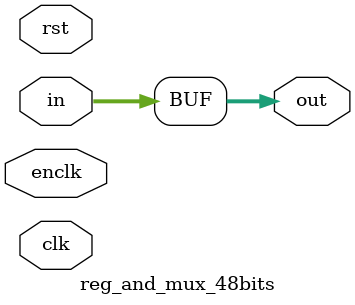
<source format=v>
module reg_and_mux_48bits(in,out,enclk,rst,clk);
parameter width=48;
parameter sel=0;
parameter RSTTYPE="SYNC";
input clk,rst,enclk;
input [47:0] in;
output [47:0] out;
reg [47:0] in_reg;

    generate
    if (RSTTYPE == "ASYNC") begin 
        always @(posedge clk or posedge rst) begin
            if(enclk==1'b1) begin
            if (rst)
                in_reg <= {width{1'b0}};
            else
                in_reg <= in;
        end
        end
    end else begin 
        always @(posedge clk) begin
            if(enclk==1'b1) begin
            if (rst)
                in_reg <= {width{1'b0}};
            else
                in_reg <= in;
            end
        end
    end
    
     endgenerate

assign out = (sel==1'b1)? in_reg:in;
endmodule

</source>
